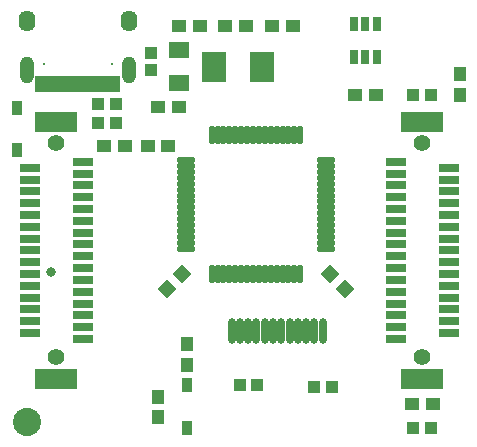
<source format=gbs>
G04*
G04 #@! TF.GenerationSoftware,Altium Limited,Altium Designer,21.2.1 (34)*
G04*
G04 Layer_Color=16711935*
%FSLAX25Y25*%
%MOIN*%
G70*
G04*
G04 #@! TF.SameCoordinates,7F94B60C-EE6A-4D70-8C52-0CABB09C9AE7*
G04*
G04*
G04 #@! TF.FilePolarity,Negative*
G04*
G01*
G75*
%ADD31R,0.03950X0.04147*%
%ADD32R,0.04600X0.04300*%
%ADD36C,0.05600*%
%ADD37C,0.09400*%
%ADD38O,0.05524X0.07099*%
%ADD39O,0.04737X0.09068*%
%ADD40C,0.00800*%
%ADD41C,0.03300*%
%ADD63R,0.04147X0.03950*%
%ADD64R,0.14186X0.06706*%
%ADD65R,0.06706X0.03162*%
%ADD66R,0.04300X0.04600*%
%ADD67R,0.02572X0.04737*%
G04:AMPARAMS|DCode=68|XSize=46mil|YSize=43mil|CornerRadius=0mil|HoleSize=0mil|Usage=FLASHONLY|Rotation=45.000|XOffset=0mil|YOffset=0mil|HoleType=Round|Shape=Rectangle|*
%AMROTATEDRECTD68*
4,1,4,-0.00106,-0.03147,-0.03147,-0.00106,0.00106,0.03147,0.03147,0.00106,-0.00106,-0.03147,0.0*
%
%ADD68ROTATEDRECTD68*%

%ADD69R,0.03753X0.04737*%
%ADD70O,0.01981X0.06312*%
%ADD71O,0.06312X0.01981*%
%ADD72R,0.01981X0.05524*%
%ADD73O,0.02375X0.08674*%
G04:AMPARAMS|DCode=74|XSize=46mil|YSize=43mil|CornerRadius=0mil|HoleSize=0mil|Usage=FLASHONLY|Rotation=315.000|XOffset=0mil|YOffset=0mil|HoleType=Round|Shape=Rectangle|*
%AMROTATEDRECTD74*
4,1,4,-0.03147,0.00106,-0.00106,0.03147,0.03147,-0.00106,0.00106,-0.03147,-0.03147,0.00106,0.0*
%
%ADD74ROTATEDRECTD74*%

%ADD75R,0.07880X0.09850*%
%ADD76R,0.06706X0.05524*%
D31*
X451626Y199000D02*
D03*
X457374D02*
D03*
X346626Y307000D02*
D03*
X352374D02*
D03*
X451626Y310000D02*
D03*
X457374D02*
D03*
X352374Y300500D02*
D03*
X346626D02*
D03*
X399563Y213173D02*
D03*
X393815D02*
D03*
X424366Y212563D02*
D03*
X418618D02*
D03*
D32*
X432100Y310000D02*
D03*
X439000D02*
D03*
X348500Y293000D02*
D03*
X355400D02*
D03*
X404477Y332863D02*
D03*
X411377D02*
D03*
X458000Y207000D02*
D03*
X451100D02*
D03*
X369900Y293000D02*
D03*
X363000D02*
D03*
X395737Y332863D02*
D03*
X388837Y332863D02*
D03*
X380362D02*
D03*
X373462D02*
D03*
X366562Y305859D02*
D03*
X373462Y305859D02*
D03*
D36*
X332610Y293788D02*
D03*
Y222528D02*
D03*
X454658Y293788D02*
D03*
Y222528D02*
D03*
D37*
X322768Y200874D02*
D03*
D38*
X356784Y334732D02*
D03*
X322768D02*
D03*
D39*
X356784Y318276D02*
D03*
X322768D02*
D03*
D40*
X328397Y320363D02*
D03*
X351153D02*
D03*
D41*
X330821Y250821D02*
D03*
D63*
X364300Y318226D02*
D03*
Y323974D02*
D03*
D64*
X332611Y300875D02*
D03*
Y215442D02*
D03*
X454657Y300874D02*
D03*
Y215441D02*
D03*
D65*
X341469Y228630D02*
D03*
X323752Y230599D02*
D03*
X341469Y232568D02*
D03*
X323752Y234536D02*
D03*
X341469Y236505D02*
D03*
X323752Y238473D02*
D03*
X341469Y240441D02*
D03*
X323752Y242410D02*
D03*
X341469Y244378D02*
D03*
X323752Y246347D02*
D03*
X341469Y248316D02*
D03*
X323752Y250284D02*
D03*
X341469Y252253D02*
D03*
X323752Y254221D02*
D03*
X341469Y256190D02*
D03*
X323752Y258158D02*
D03*
X341469Y260127D02*
D03*
X323752Y262095D02*
D03*
X341469Y264064D02*
D03*
X323752Y266032D02*
D03*
X341469Y268001D02*
D03*
X323752Y269969D02*
D03*
X341469Y271938D02*
D03*
X323752Y273906D02*
D03*
X341469Y275875D02*
D03*
X323752Y277843D02*
D03*
X341469Y279812D02*
D03*
X323752Y281780D02*
D03*
X341469Y283749D02*
D03*
X323752Y285717D02*
D03*
X341469Y287686D02*
D03*
X445799Y228630D02*
D03*
X463515Y230598D02*
D03*
X445799Y232567D02*
D03*
X463515Y234535D02*
D03*
X445799Y236504D02*
D03*
X463515Y238472D02*
D03*
X445799Y240441D02*
D03*
X463515Y242409D02*
D03*
X445799Y244378D02*
D03*
X463515Y246346D02*
D03*
X445799Y248315D02*
D03*
X463515Y250283D02*
D03*
X445799Y252252D02*
D03*
X463515Y254220D02*
D03*
X445799Y256189D02*
D03*
X463515Y258157D02*
D03*
X445799Y260126D02*
D03*
X463515Y262094D02*
D03*
X445799Y264063D02*
D03*
X463515Y266031D02*
D03*
X445799Y268000D02*
D03*
X463515Y269968D02*
D03*
X445799Y271937D02*
D03*
X463515Y273905D02*
D03*
X445799Y275874D02*
D03*
X463515Y277842D02*
D03*
X445799Y279811D02*
D03*
X463515Y281779D02*
D03*
X445799Y283748D02*
D03*
X463515Y285716D02*
D03*
X445799Y287685D02*
D03*
D66*
X366500Y202500D02*
D03*
Y209400D02*
D03*
X467000Y316900D02*
D03*
Y310000D02*
D03*
X376000Y226900D02*
D03*
Y220000D02*
D03*
D67*
X431860Y333500D02*
D03*
X435600Y333500D02*
D03*
X439340Y333500D02*
D03*
X439340Y322500D02*
D03*
X435600D02*
D03*
X431860D02*
D03*
D68*
X369516Y245382D02*
D03*
X374395Y250262D02*
D03*
D69*
X319500Y291500D02*
D03*
Y305673D02*
D03*
X376000Y199000D02*
D03*
Y213173D02*
D03*
D70*
X384395Y296718D02*
D03*
X386363D02*
D03*
X388332D02*
D03*
X390300D02*
D03*
X392269D02*
D03*
X394237D02*
D03*
X396206D02*
D03*
X398174D02*
D03*
X400143D02*
D03*
X402111D02*
D03*
X404080D02*
D03*
X406048D02*
D03*
X408017D02*
D03*
X409985D02*
D03*
X411954Y296718D02*
D03*
X413922D02*
D03*
X413922Y250262D02*
D03*
X411954D02*
D03*
X409985Y250262D02*
D03*
X408017Y250262D02*
D03*
X406048Y250262D02*
D03*
X404080D02*
D03*
X402111D02*
D03*
X400143D02*
D03*
X398174D02*
D03*
X396206D02*
D03*
X394237D02*
D03*
X392269D02*
D03*
X390300D02*
D03*
X388332D02*
D03*
X386363D02*
D03*
X384395D02*
D03*
D71*
X422387Y288254D02*
D03*
Y286285D02*
D03*
Y284317D02*
D03*
X422387Y282348D02*
D03*
X422387Y280380D02*
D03*
Y278411D02*
D03*
X422387Y276443D02*
D03*
Y274474D02*
D03*
Y272506D02*
D03*
Y270537D02*
D03*
Y268569D02*
D03*
Y266600D02*
D03*
X422387Y264632D02*
D03*
X422387Y262663D02*
D03*
X422387Y260695D02*
D03*
Y258726D02*
D03*
X375930D02*
D03*
Y260695D02*
D03*
Y262663D02*
D03*
X375930Y264632D02*
D03*
X375930Y266600D02*
D03*
Y268569D02*
D03*
Y270537D02*
D03*
Y272506D02*
D03*
Y274474D02*
D03*
Y276443D02*
D03*
Y278411D02*
D03*
Y280380D02*
D03*
X375930Y282348D02*
D03*
X375930Y284317D02*
D03*
X375930Y286285D02*
D03*
Y288254D02*
D03*
D72*
X326587Y313472D02*
D03*
X327768D02*
D03*
X329736D02*
D03*
X330918D02*
D03*
X332886D02*
D03*
X334854D02*
D03*
X336823D02*
D03*
X338791D02*
D03*
X340760D02*
D03*
X342728D02*
D03*
X344697D02*
D03*
X346665D02*
D03*
X348634D02*
D03*
X349815D02*
D03*
X351783D02*
D03*
X352964D02*
D03*
D73*
X404839Y231338D02*
D03*
X396571D02*
D03*
X413106D02*
D03*
X421374D02*
D03*
X393815D02*
D03*
X391059D02*
D03*
X402083D02*
D03*
X399327D02*
D03*
X410350D02*
D03*
X407594D02*
D03*
X415862D02*
D03*
X418618D02*
D03*
D74*
X428801Y245382D02*
D03*
X423922Y250262D02*
D03*
D75*
X401323Y319384D02*
D03*
X385183Y319384D02*
D03*
D76*
X373462Y324873D02*
D03*
X373462Y313849D02*
D03*
M02*

</source>
